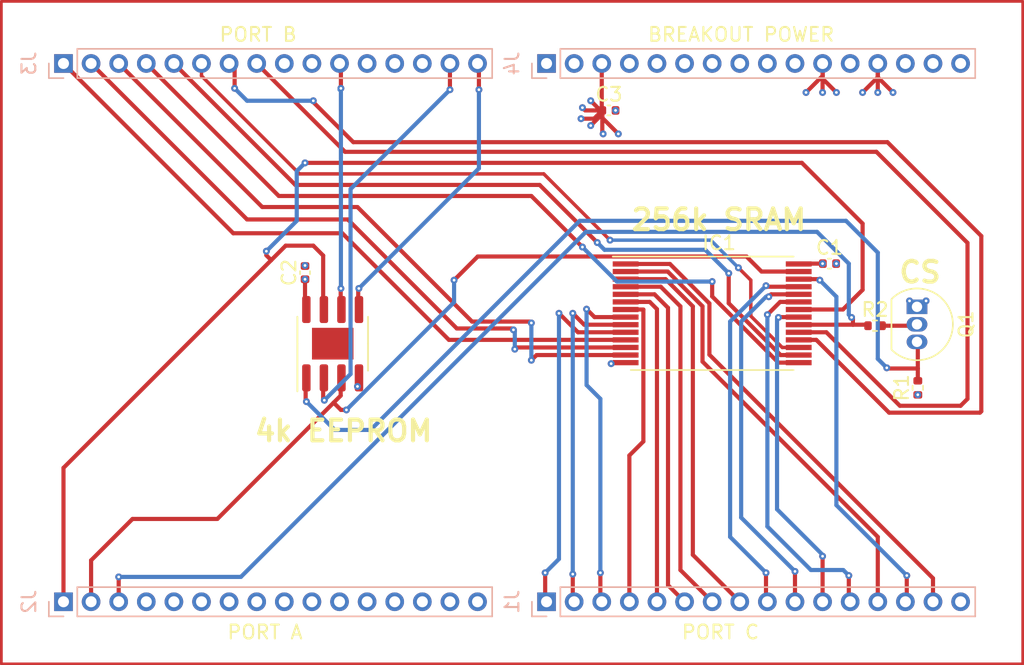
<source format=kicad_pcb>
(kicad_pcb (version 20221018) (generator pcbnew)
  (layers (0 "F.Cu" signal) (1 "In1.Cu" power) (2 "In2.Cu" power) (31 "B.Cu" signal) (34 "B.Paste" user) (35 "F.Paste" user) (36 "B.SilkS" user "B.Silkscreen") (37 "F.SilkS" user "F.Silkscreen") (38 "B.Mask" user) (39 "F.Mask" user) (44 "Edge.Cuts" user))
  (net 0 "")
  (net 1 "+3V3")
  (net 2 "GND")
  (net 3 "Net-(IC1-A0)")
  (net 4 "Net-(IC1-A1)")
  (net 5 "Net-(IC1-A2)")
  (net 6 "Net-(IC1-A3)")
  (net 7 "Net-(IC1-A4)")
  (net 8 "Net-(IC1-A5)")
  (net 9 "Net-(IC1-A6)")
  (net 10 "Net-(IC1-A7)")
  (net 11 "Net-(IC1-A8)")
  (net 12 "Net-(IC1-A9)")
  (net 13 "Net-(IC1-A10)")
  (net 14 "Net-(IC1-A11)")
  (net 15 "Net-(IC1-A12)")
  (net 16 "Net-(IC1-A13)")
  (net 17 "Net-(IC1-A14)")
  (net 19 "Net-(IC1-~{OE})")
  (net 20 "Net-(IC1-~{WE})")
  (net 21 "Net-(IC1-~{CE})")
  (net 35 "Net-(IC1-I{slash}O0)")
  (net 36 "Net-(IC1-I{slash}O1)")
  (net 37 "Net-(IC1-I{slash}O2)")
  (net 38 "Net-(IC1-I{slash}O3)")
  (net 39 "Net-(IC1-I{slash}O4)")
  (net 40 "Net-(IC1-I{slash}O5)")
  (net 41 "Net-(IC1-I{slash}O6)")
  (net 42 "Net-(IC1-I{slash}O7)")
  (net 45 "Net-(J3-Pin_11)")
  (net 49 "Net-(J3-Pin_15)")
  (net 50 "Net-(J3-Pin_16)")
  (net 64 "Net-(Q1-B)")
  (net 65 "Net-(Q1-C)")
  (footprint "Capacitor_SMD:C_0402_1005Metric" (layer "F.Cu") (at 132.1 67.654823 90)
    (fp_text reference "C2" (at 0 -1.16 90) (layer "F.SilkS"))
    (fp_text value "0u1")
    (fp_line (start -0.107836 -0.36) (end 0.107836 -0.36) (stroke (width 0.12)) (layer "F.SilkS"))
    (fp_line (start -0.107836 0.36) (end 0.107836 0.36) (stroke (width 0.12)) (layer "F.SilkS"))
    (pad "1" smd roundrect (at -0.48 0 90) (size 0.56 0.62) (layers "F.Cu" "F.Paste" "F.Mask") (net 1 "+3V3"))
    (pad "2" smd roundrect (at 0.48 0 90) (size 0.56 0.62) (layers "F.Cu" "F.Paste" "F.Mask") (net 2 "GND"))
  )
  (footprint "Capacitor_SMD:C_0402_1005Metric" (layer "F.Cu") (at 170.1 67)
    (fp_text reference "C1" (at 0 -1.16) (layer "F.SilkS"))
    (fp_text value "0u1")
    (fp_line (start -0.107836 -0.36) (end 0.107836 -0.36) (stroke (width 0.12)) (layer "F.SilkS"))
    (fp_line (start -0.107836 0.36) (end 0.107836 0.36) (stroke (width 0.12)) (layer "F.SilkS"))
    (pad "1" smd roundrect (at -0.48 0) (size 0.56 0.62) (layers "F.Cu" "F.Paste" "F.Mask") (net 1 "+3V3"))
    (pad "2" smd roundrect (at 0.48 0) (size 0.56 0.62) (layers "F.Cu" "F.Paste" "F.Mask") (net 2 "GND"))
  )
  (footprint "Package_SO:TSOP-I-28_11.8x8mm_P0.55mm" (layer "F.Cu") (at 161.6 70.6)
    (fp_text reference "IC1" (at 0.5 -5.1) (layer "F.SilkS"))
    (fp_text value "IS61LV256AL-10TLI")
    (fp_line (start -7.205 -4.11) (end 5.9 -4.11) (stroke (width 0.12)) (layer "F.SilkS"))
    (fp_line (start -5.9 4.11) (end 5.9 4.11) (stroke (width 0.12)) (layer "F.SilkS"))
    (pad "1" smd rect (at -6.27 -3.575) (size 1.87 0.38) (layers "F.Cu" "F.Paste" "F.Mask") (net 17 "Net-(IC1-A14)"))
    (pad "2" smd rect (at -6.27 -3.025) (size 1.87 0.38) (layers "F.Cu" "F.Paste" "F.Mask") (net 15 "Net-(IC1-A12)"))
    (pad "3" smd rect (at -6.27 -2.475) (size 1.87 0.38) (layers "F.Cu" "F.Paste" "F.Mask") (net 10 "Net-(IC1-A7)"))
    (pad "4" smd rect (at -6.27 -1.925) (size 1.87 0.38) (layers "F.Cu" "F.Paste" "F.Mask") (net 9 "Net-(IC1-A6)"))
    (pad "5" smd rect (at -6.27 -1.375) (size 1.87 0.38) (layers "F.Cu" "F.Paste" "F.Mask") (net 8 "Net-(IC1-A5)"))
    (pad "6" smd rect (at -6.27 -0.825) (size 1.87 0.38) (layers "F.Cu" "F.Paste" "F.Mask") (net 7 "Net-(IC1-A4)"))
    (pad "7" smd rect (at -6.27 -0.275) (size 1.87 0.38) (layers "F.Cu" "F.Paste" "F.Mask") (net 6 "Net-(IC1-A3)"))
    (pad "8" smd rect (at -6.27 0.275) (size 1.87 0.38) (layers "F.Cu" "F.Paste" "F.Mask") (net 5 "Net-(IC1-A2)"))
    (pad "9" smd rect (at -6.27 0.825) (size 1.87 0.38) (layers "F.Cu" "F.Paste" "F.Mask") (net 4 "Net-(IC1-A1)"))
    (pad "10" smd rect (at -6.27 1.375) (size 1.87 0.38) (layers "F.Cu" "F.Paste" "F.Mask") (net 3 "Net-(IC1-A0)"))
    (pad "11" smd rect (at -6.27 1.925) (size 1.87 0.38) (layers "F.Cu" "F.Paste" "F.Mask") (net 35 "Net-(IC1-I{slash}O0)"))
    (pad "12" smd rect (at -6.27 2.475) (size 1.87 0.38) (layers "F.Cu" "F.Paste" "F.Mask") (net 36 "Net-(IC1-I{slash}O1)"))
    (pad "13" smd rect (at -6.27 3.025) (size 1.87 0.38) (layers "F.Cu" "F.Paste" "F.Mask") (net 37 "Net-(IC1-I{slash}O2)"))
    (pad "14" smd rect (at -6.27 3.575) (size 1.87 0.38) (layers "F.Cu" "F.Paste" "F.Mask") (net 2 "GND"))
    (pad "15" smd rect (at 6.27 3.575) (size 1.87 0.38) (layers "F.Cu" "F.Paste" "F.Mask") (net 38 "Net-(IC1-I{slash}O3)"))
    (pad "16" smd rect (at 6.27 3.025) (size 1.87 0.38) (layers "F.Cu" "F.Paste" "F.Mask") (net 39 "Net-(IC1-I{slash}O4)"))
    (pad "17" smd rect (at 6.27 2.475) (size 1.87 0.38) (layers "F.Cu" "F.Paste" "F.Mask") (net 40 "Net-(IC1-I{slash}O5)"))
    (pad "18" smd rect (at 6.27 1.925) (size 1.87 0.38) (layers "F.Cu" "F.Paste" "F.Mask") (net 41 "Net-(IC1-I{slash}O6)"))
    (pad "19" smd rect (at 6.27 1.375) (size 1.87 0.38) (layers "F.Cu" "F.Paste" "F.Mask") (net 42 "Net-(IC1-I{slash}O7)"))
    (pad "20" smd rect (at 6.27 0.825) (size 1.87 0.38) (layers "F.Cu" "F.Paste" "F.Mask") (net 21 "Net-(IC1-~{CE})"))
    (pad "21" smd rect (at 6.27 0.275) (size 1.87 0.38) (layers "F.Cu" "F.Paste" "F.Mask") (net 13 "Net-(IC1-A10)"))
    (pad "22" smd rect (at 6.27 -0.275) (size 1.87 0.38) (layers "F.Cu" "F.Paste" "F.Mask") (net 19 "Net-(IC1-~{OE})"))
    (pad "23" smd rect (at 6.27 -0.825) (size 1.87 0.38) (layers "F.Cu" "F.Paste" "F.Mask") (net 14 "Net-(IC1-A11)"))
    (pad "24" smd rect (at 6.27 -1.375) (size 1.87 0.38) (layers "F.Cu" "F.Paste" "F.Mask") (net 12 "Net-(IC1-A9)"))
    (pad "25" smd rect (at 6.27 -1.925) (size 1.87 0.38) (layers "F.Cu" "F.Paste" "F.Mask") (net 11 "Net-(IC1-A8)"))
    (pad "26" smd rect (at 6.27 -2.475) (size 1.87 0.38) (layers "F.Cu" "F.Paste" "F.Mask") (net 16 "Net-(IC1-A13)"))
    (pad "27" smd rect (at 6.27 -3.025) (size 1.87 0.38) (layers "F.Cu" "F.Paste" "F.Mask") (net 20 "Net-(IC1-~{WE})"))
    (pad "28" smd rect (at 6.27 -3.575) (size 1.87 0.38) (layers "F.Cu" "F.Paste" "F.Mask") (net 1 "+3V3"))
  )
  (footprint "Package_SO:SOIC-8-1EP_3.9x4.9mm_P1.27mm_EP2.29x3mm" (layer "F.Cu") (at 134.105 72.804823 90)
    (fp_text reference "U1" hide)
    (fp_text value "AT25xxx")
    (fp_line (start 0 -2.56) (end -3.45 -2.56) (stroke (width 0.12)) (layer "F.SilkS"))
    (fp_line (start 0 -2.56) (end 1.95 -2.56) (stroke (width 0.12)) (layer "F.SilkS"))
    (fp_line (start 0 2.56) (end -1.95 2.56) (stroke (width 0.12)) (layer "F.SilkS"))
    (fp_line (start 0 2.56) (end 1.95 2.56) (stroke (width 0.12)) (layer "F.SilkS"))
    (pad "1" smd roundrect (at -2.475 -1.905 90) (size 1.95 0.6) (layers "F.Cu" "F.Paste" "F.Mask") (net 65 "Net-(Q1-C)"))
    (pad "2" smd roundrect (at -2.475 -0.635 90) (size 1.95 0.6) (layers "F.Cu" "F.Paste" "F.Mask") (net 49 "Net-(J3-Pin_15)"))
    (pad "3" smd roundrect (at -2.475 0.635 90) (size 1.95 0.6) (layers "F.Cu" "F.Paste" "F.Mask") (net 20 "Net-(IC1-~{WE})"))
    (pad "4" smd roundrect (at -2.475 1.905 90) (size 1.95 0.6) (layers "F.Cu" "F.Paste" "F.Mask") (net 2 "GND"))
    (pad "5" smd roundrect (at 2.475 1.905 90) (size 1.95 0.6) (layers "F.Cu" "F.Paste" "F.Mask") (net 50 "Net-(J3-Pin_16)"))
    (pad "6" smd roundrect (at 2.475 0.635 90) (size 1.95 0.6) (layers "F.Cu" "F.Paste" "F.Mask") (net 45 "Net-(J3-Pin_11)"))
    (pad "7" smd roundrect (at 2.475 -0.635 90) (size 1.95 0.6) (layers "F.Cu" "F.Paste" "F.Mask") (net 19 "Net-(IC1-~{OE})"))
    (pad "8" smd roundrect (at 2.475 -1.905 90) (size 1.95 0.6) (layers "F.Cu" "F.Paste" "F.Mask") (net 1 "+3V3"))
    (pad "9" smd rect (at 0 0 90) (size 2.29 3) (layers "F.Cu" "F.Mask"))
  )
  (footprint "Resistor_SMD:R_0402_1005Metric" (layer "F.Cu") (at 176.499999 75.999999 90)
    (fp_text reference "R1" (at 0 -1.17 90) (layer "F.SilkS"))
    (fp_text value "2k2")
    (fp_line (start -0.153641 -0.38) (end 0.153641 -0.38) (stroke (width 0.12)) (layer "F.SilkS"))
    (fp_line (start -0.153641 0.38) (end 0.153641 0.38) (stroke (width 0.12)) (layer "F.SilkS"))
    (pad "1" smd roundrect (at -0.51 0 90) (size 0.54 0.64) (layers "F.Cu" "F.Paste" "F.Mask") (net 1 "+3V3"))
    (pad "2" smd roundrect (at 0.51 0 90) (size 0.54 0.64) (layers "F.Cu" "F.Paste" "F.Mask") (net 65 "Net-(Q1-C)"))
  )
  (footprint "Capacitor_SMD:C_0402_1005Metric" (layer "F.Cu") (at 154.12 55.9)
    (fp_text reference "C3" (at 0 -1.16) (layer "F.SilkS"))
    (fp_text value "4u7")
    (fp_line (start -0.107836 -0.36) (end 0.107836 -0.36) (stroke (width 0.12)) (layer "F.SilkS"))
    (fp_line (start -0.107836 0.36) (end 0.107836 0.36) (stroke (width 0.12)) (layer "F.SilkS"))
    (pad "1" smd roundrect (at -0.48 0) (size 0.56 0.62) (layers "F.Cu" "F.Paste" "F.Mask") (net 1 "+3V3"))
    (pad "2" smd roundrect (at 0.48 0) (size 0.56 0.62) (layers "F.Cu" "F.Paste" "F.Mask") (net 2 "GND"))
  )
  (footprint "Resistor_SMD:R_0402_1005Metric" (layer "F.Cu") (at 173.4 71.499999)
    (fp_text reference "R2" (at 0 -1.17) (layer "F.SilkS"))
    (fp_text value "1k2")
    (fp_line (start -0.153641 -0.38) (end 0.153641 -0.38) (stroke (width 0.12)) (layer "F.SilkS"))
    (fp_line (start -0.153641 0.38) (end 0.153641 0.38) (stroke (width 0.12)) (layer "F.SilkS"))
    (pad "1" smd roundrect (at -0.51 0) (size 0.54 0.64) (layers "F.Cu" "F.Paste" "F.Mask") (net 21 "Net-(IC1-~{CE})"))
    (pad "2" smd roundrect (at 0.51 0) (size 0.54 0.64) (layers "F.Cu" "F.Paste" "F.Mask") (net 64 "Net-(Q1-B)"))
  )
  (footprint "Package_TO_SOT_THT:TO-92_Inline" (layer "F.Cu") (at 176.44 70.13 -90)
    (fp_text reference "Q1" (at 1.27 -3.56 90) (layer "F.SilkS"))
    (fp_text value "2N3904")
    (fp_line (start -0.53 1.85) (end 3.07 1.85) (stroke (width 0.12)) (layer "F.SilkS"))
    (fp_arc (start -0.568478 1.838478) (mid -1.132087 -0.994977) (end 1.27 -2.6) (stroke (width 0.12)) (layer "F.SilkS"))
    (fp_arc (start 1.27 -2.6) (mid 3.672087 -0.994977) (end 3.108478 1.838478) (stroke (width 0.12)) (layer "F.SilkS"))
    (pad "1" thru_hole rect (at 0 0 270) (size 1.05 1.5) (drill 0.75) (layers "*.Cu" "*.Mask") (net 2 "GND"))
    (pad "2" thru_hole oval (at 1.27 0 270) (size 1.05 1.5) (drill 0.75) (layers "*.Cu" "*.Mask") (net 64 "Net-(Q1-B)"))
    (pad "3" thru_hole oval (at 2.54 0 270) (size 1.05 1.5) (drill 0.75) (layers "*.Cu" "*.Mask") (net 65 "Net-(Q1-C)"))
  )
  (footprint "Package_SO:SOIC-8-1EP_3.9x4.9mm_P1.27mm_EP2.29x3mm" (layer "F.Cu") (at 134.105 72.8 90)
    (fp_text reference "REF**" hide)
    (fp_text value "SOIC-8-1EP_3.9x4.9mm_P1.27mm_EP2.29x3mm")
    (fp_line (start 0 -2.56) (end -3.45 -2.56) (stroke (width 0.12)) (layer "F.SilkS"))
    (fp_line (start 0 -2.56) (end 1.95 -2.56) (stroke (width 0.12)) (layer "F.SilkS"))
    (fp_line (start 0 2.56) (end -1.95 2.56) (stroke (width 0.12)) (layer "F.SilkS"))
    (fp_line (start 0 2.56) (end 1.95 2.56) (stroke (width 0.12)) (layer "F.SilkS"))
    (pad "1" smd roundrect (at -2.475 -1.905 90) (size 1.95 0.6) (layers "F.Cu" "F.Paste" "F.Mask"))
    (pad "2" smd roundrect (at -2.475 -0.635 90) (size 1.95 0.6) (layers "F.Cu" "F.Paste" "F.Mask"))
    (pad "3" smd roundrect (at -2.475 0.635 90) (size 1.95 0.6) (layers "F.Cu" "F.Paste" "F.Mask"))
    (pad "4" smd roundrect (at -2.475 1.905 90) (size 1.95 0.6) (layers "F.Cu" "F.Paste" "F.Mask"))
    (pad "5" smd roundrect (at 2.475 1.905 90) (size 1.95 0.6) (layers "F.Cu" "F.Paste" "F.Mask"))
    (pad "6" smd roundrect (at 2.475 0.635 90) (size 1.95 0.6) (layers "F.Cu" "F.Paste" "F.Mask"))
    (pad "7" smd roundrect (at 2.475 -0.635 90) (size 1.95 0.6) (layers "F.Cu" "F.Paste" "F.Mask"))
    (pad "8" smd roundrect (at 2.475 -1.905 90) (size 1.95 0.6) (layers "F.Cu" "F.Paste" "F.Mask"))
    (pad "9" smd rect (at 0 0 90) (size 2.29 3) (layers "F.Cu" "F.Mask"))
  )
  (footprint "Connector_PinSocket_2.00mm:PinSocket_1x16_P2.00mm_Vertical" (layer "B.Cu") (at 114.6 52.5 -90)
    (fp_text reference "J3" (at 0 2.5 90) (layer "B.SilkS") (effects (justify mirror)))
    (fp_text value "PORT B" (at -2.1 -14.1 180) (layer "F.SilkS"))
    (fp_line (start -1.06 -31.06) (end 1.06 -31.06) (stroke (width 0.12)) (layer "B.SilkS"))
    (fp_line (start -1.06 -1) (end -1.06 -31.06) (stroke (width 0.12)) (layer "B.SilkS"))
    (fp_line (start -1.06 -1) (end 1.06 -1) (stroke (width 0.12)) (layer "B.SilkS"))
    (fp_line (start 0 1.06) (end 1.06 1.06) (stroke (width 0.12)) (layer "B.SilkS"))
    (fp_line (start 1.06 -1) (end 1.06 -31.06) (stroke (width 0.12)) (layer "B.SilkS"))
    (fp_line (start 1.06 1.06) (end 1.06 0) (stroke (width 0.12)) (layer "B.SilkS"))
    (pad "1" thru_hole rect (at 0 0 270) (size 1.35 1.35) (drill 0.8) (layers "*.Cu" "*.Mask") (net 35 "Net-(IC1-I{slash}O0)"))
    (pad "2" thru_hole oval (at 0 -2 270) (size 1.35 1.35) (drill 0.8) (layers "*.Cu" "*.Mask") (net 36 "Net-(IC1-I{slash}O1)"))
    (pad "3" thru_hole oval (at 0 -4 270) (size 1.35 1.35) (drill 0.8) (layers "*.Cu" "*.Mask") (net 37 "Net-(IC1-I{slash}O2)"))
    (pad "4" thru_hole oval (at 0 -6 270) (size 1.35 1.35) (drill 0.8) (layers "*.Cu" "*.Mask") (net 38 "Net-(IC1-I{slash}O3)"))
    (pad "5" thru_hole oval (at 0 -8 270) (size 1.35 1.35) (drill 0.8) (layers "*.Cu" "*.Mask") (net 39 "Net-(IC1-I{slash}O4)"))
    (pad "6" thru_hole oval (at 0 -10 270) (size 1.35 1.35) (drill 0.8) (layers "*.Cu" "*.Mask") (net 40 "Net-(IC1-I{slash}O5)"))
    (pad "7" thru_hole oval (at 0 -12 270) (size 1.35 1.35) (drill 0.8) (layers "*.Cu" "*.Mask") (net 41 "Net-(IC1-I{slash}O6)"))
    (pad "8" thru_hole oval (at 0 -14 270) (size 1.35 1.35) (drill 0.8) (layers "*.Cu" "*.Mask") (net 42 "Net-(IC1-I{slash}O7)"))
    (pad "9" thru_hole oval (at 0 -16 270) (size 1.35 1.35) (drill 0.8) (layers "*.Cu" "*.Mask"))
    (pad "10" thru_hole oval (at 0 -18 270) (size 1.35 1.35) (drill 0.8) (layers "*.Cu" "*.Mask"))
    (pad "11" thru_hole oval (at 0 -20 270) (size 1.35 1.35) (drill 0.8) (layers "*.Cu" "*.Mask") (net 45 "Net-(J3-Pin_11)"))
    (pad "12" thru_hole oval (at 0 -22 270) (size 1.35 1.35) (drill 0.8) (layers "*.Cu" "*.Mask"))
    (pad "13" thru_hole oval (at 0 -24 270) (size 1.35 1.35) (drill 0.8) (layers "*.Cu" "*.Mask"))
    (pad "14" thru_hole oval (at 0 -26 270) (size 1.35 1.35) (drill 0.8) (layers "*.Cu" "*.Mask"))
    (pad "15" thru_hole oval (at 0 -28 270) (size 1.35 1.35) (drill 0.8) (layers "*.Cu" "*.Mask") (net 49 "Net-(J3-Pin_15)"))
    (pad "16" thru_hole oval (at 0 -30 270) (size 1.35 1.35) (drill 0.8) (layers "*.Cu" "*.Mask") (net 50 "Net-(J3-Pin_16)"))
  )
  (footprint "Connector_PinSocket_2.00mm:PinSocket_1x16_P2.00mm_Vertical" (layer "B.Cu") (at 149.6 52.5 -90)
    (fp_text reference "J4" (at 0 2.5 90) (layer "B.SilkS") (effects (justify mirror)))
    (fp_text value "BREAKOUT POWER" (at -2.1 -14.1) (layer "F.SilkS"))
    (fp_line (start -1.06 -31.06) (end 1.06 -31.06) (stroke (width 0.12)) (layer "B.SilkS"))
    (fp_line (start -1.06 -1) (end -1.06 -31.06) (stroke (width 0.12)) (layer "B.SilkS"))
    (fp_line (start -1.06 -1) (end 1.06 -1) (stroke (width 0.12)) (layer "B.SilkS"))
    (fp_line (start 0 1.06) (end 1.06 1.06) (stroke (width 0.12)) (layer "B.SilkS"))
    (fp_line (start 1.06 -1) (end 1.06 -31.06) (stroke (width 0.12)) (layer "B.SilkS"))
    (fp_line (start 1.06 1.06) (end 1.06 0) (stroke (width 0.12)) (layer "B.SilkS"))
    (pad "1" thru_hole rect (at 0 0 270) (size 1.35 1.35) (drill 0.8) (layers "*.Cu" "*.Mask"))
    (pad "2" thru_hole oval (at 0 -2 270) (size 1.35 1.35) (drill 0.8) (layers "*.Cu" "*.Mask"))
    (pad "3" thru_hole oval (at 0 -4 270) (size 1.35 1.35) (drill 0.8) (layers "*.Cu" "*.Mask") (net 1 "+3V3"))
    (pad "4" thru_hole oval (at 0 -6 270) (size 1.35 1.35) (drill 0.8) (layers "*.Cu" "*.Mask"))
    (pad "5" thru_hole oval (at 0 -8 270) (size 1.35 1.35) (drill 0.8) (layers "*.Cu" "*.Mask"))
    (pad "6" thru_hole oval (at 0 -10 270) (size 1.35 1.35) (drill 0.8) (layers "*.Cu" "*.Mask"))
    (pad "7" thru_hole oval (at 0 -12 270) (size 1.35 1.35) (drill 0.8) (layers "*.Cu" "*.Mask"))
    (pad "8" thru_hole oval (at 0 -14 270) (size 1.35 1.35) (drill 0.8) (layers "*.Cu" "*.Mask"))
    (pad "9" thru_hole oval (at 0 -16 270) (size 1.35 1.35) (drill 0.8) (layers "*.Cu" "*.Mask"))
    (pad "10" thru_hole oval (at 0 -18 270) (size 1.35 1.35) (drill 0.8) (layers "*.Cu" "*.Mask"))
    (pad "11" thru_hole oval (at 0 -20 270) (size 1.35 1.35) (drill 0.8) (layers "*.Cu" "*.Mask") (net 2 "GND"))
    (pad "12" thru_hole oval (at 0 -22 270) (size 1.35 1.35) (drill 0.8) (layers "*.Cu" "*.Mask"))
    (pad "13" thru_hole oval (at 0 -24 270) (size 1.35 1.35) (drill 0.8) (layers "*.Cu" "*.Mask") (net 2 "GND"))
    (pad "14" thru_hole oval (at 0 -26 270) (size 1.35 1.35) (drill 0.8) (layers "*.Cu" "*.Mask"))
    (pad "15" thru_hole oval (at 0 -28 270) (size 1.35 1.35) (drill 0.8) (layers "*.Cu" "*.Mask"))
    (pad "16" thru_hole oval (at 0 -30 270) (size 1.35 1.35) (drill 0.8) (layers "*.Cu" "*.Mask"))
  )
  (footprint "Connector_PinSocket_2.00mm:PinSocket_1x16_P2.00mm_Vertical" (layer "B.Cu") (at 114.6 91.5 -90)
    (fp_text reference "J2" (at 0 2.5 90) (layer "B.SilkS") (effects (justify mirror)))
    (fp_text value "PORT A" (at 2.2 -14.6 180) (layer "F.SilkS"))
    (fp_line (start -1.06 -31.06) (end 1.06 -31.06) (stroke (width 0.12)) (layer "B.SilkS"))
    (fp_line (start -1.06 -1) (end -1.06 -31.06) (stroke (width 0.12)) (layer "B.SilkS"))
    (fp_line (start -1.06 -1) (end 1.06 -1) (stroke (width 0.12)) (layer "B.SilkS"))
    (fp_line (start 0 1.06) (end 1.06 1.06) (stroke (width 0.12)) (layer "B.SilkS"))
    (fp_line (start 1.06 -1) (end 1.06 -31.06) (stroke (width 0.12)) (layer "B.SilkS"))
    (fp_line (start 1.06 1.06) (end 1.06 0) (stroke (width 0.12)) (layer "B.SilkS"))
    (pad "1" thru_hole rect (at 0 0 270) (size 1.35 1.35) (drill 0.8) (layers "*.Cu" "*.Mask") (net 19 "Net-(IC1-~{OE})"))
    (pad "2" thru_hole oval (at 0 -2 270) (size 1.35 1.35) (drill 0.8) (layers "*.Cu" "*.Mask") (net 20 "Net-(IC1-~{WE})"))
    (pad "3" thru_hole oval (at 0 -4 270) (size 1.35 1.35) (drill 0.8) (layers "*.Cu" "*.Mask") (net 21 "Net-(IC1-~{CE})"))
    (pad "4" thru_hole oval (at 0 -6 270) (size 1.35 1.35) (drill 0.8) (layers "*.Cu" "*.Mask"))
    (pad "5" thru_hole oval (at 0 -8 270) (size 1.35 1.35) (drill 0.8) (layers "*.Cu" "*.Mask"))
    (pad "6" thru_hole oval (at 0 -10 270) (size 1.35 1.35) (drill 0.8) (layers "*.Cu" "*.Mask"))
    (pad "7" thru_hole oval (at 0 -12 270) (size 1.35 1.35) (drill 0.8) (layers "*.Cu" "*.Mask"))
    (pad "8" thru_hole oval (at 0 -14 270) (size 1.35 1.35) (drill 0.8) (layers "*.Cu" "*.Mask"))
    (pad "9" thru_hole oval (at 0 -16 270) (size 1.35 1.35) (drill 0.8) (layers "*.Cu" "*.Mask"))
    (pad "10" thru_hole oval (at 0 -18 270) (size 1.35 1.35) (drill 0.8) (layers "*.Cu" "*.Mask"))
    (pad "11" thru_hole oval (at 0 -20 270) (size 1.35 1.35) (drill 0.8) (layers "*.Cu" "*.Mask"))
    (pad "12" thru_hole oval (at 0 -22 270) (size 1.35 1.35) (drill 0.8) (layers "*.Cu" "*.Mask"))
    (pad "13" thru_hole oval (at 0 -24 270) (size 1.35 1.35) (drill 0.8) (layers "*.Cu" "*.Mask"))
    (pad "14" thru_hole oval (at 0 -26 270) (size 1.35 1.35) (drill 0.8) (layers "*.Cu" "*.Mask"))
    (pad "15" thru_hole oval (at 0 -28 270) (size 1.35 1.35) (drill 0.8) (layers "*.Cu" "*.Mask"))
    (pad "16" thru_hole oval (at 0 -30 270) (size 1.35 1.35) (drill 0.8) (layers "*.Cu" "*.Mask"))
  )
  (footprint "Connector_PinSocket_2.00mm:PinSocket_1x16_P2.00mm_Vertical" (layer "B.Cu") (at 149.6 91.5 -90)
    (fp_text reference "J1" (at 0 2.5 90) (layer "B.SilkS") (effects (justify mirror)))
    (fp_text value "PORT C" (at 2.2 -12.6 180) (layer "F.SilkS"))
    (fp_line (start -1.06 -31.06) (end 1.06 -31.06) (stroke (width 0.12)) (layer "B.SilkS"))
    (fp_line (start -1.06 -1) (end -1.06 -31.06) (stroke (width 0.12)) (layer "B.SilkS"))
    (fp_line (start -1.06 -1) (end 1.06 -1) (stroke (width 0.12)) (layer "B.SilkS"))
    (fp_line (start 0 1.06) (end 1.06 1.06) (stroke (width 0.12)) (layer "B.SilkS"))
    (fp_line (start 1.06 -1) (end 1.06 -31.06) (stroke (width 0.12)) (layer "B.SilkS"))
    (fp_line (start 1.06 1.06) (end 1.06 0) (stroke (width 0.12)) (layer "B.SilkS"))
    (pad "1" thru_hole rect (at 0 0 270) (size 1.35 1.35) (drill 0.8) (layers "*.Cu" "*.Mask") (net 3 "Net-(IC1-A0)"))
    (pad "2" thru_hole oval (at 0 -2 270) (size 1.35 1.35) (drill 0.8) (layers "*.Cu" "*.Mask") (net 4 "Net-(IC1-A1)"))
    (pad "3" thru_hole oval (at 0 -4 270) (size 1.35 1.35) (drill 0.8) (layers "*.Cu" "*.Mask") (net 5 "Net-(IC1-A2)"))
    (pad "4" thru_hole oval (at 0 -6 270) (size 1.35 1.35) (drill 0.8) (layers "*.Cu" "*.Mask") (net 6 "Net-(IC1-A3)"))
    (pad "5" thru_hole oval (at 0 -8 270) (size 1.35 1.35) (drill 0.8) (layers "*.Cu" "*.Mask") (net 7 "Net-(IC1-A4)"))
    (pad "6" thru_hole oval (at 0 -10 270) (size 1.35 1.35) (drill 0.8) (layers "*.Cu" "*.Mask") (net 8 "Net-(IC1-A5)"))
    (pad "7" thru_hole oval (at 0 -12 270) (size 1.35 1.35) (drill 0.8) (layers "*.Cu" "*.Mask") (net 9 "Net-(IC1-A6)"))
    (pad "8" thru_hole oval (at 0 -14 270) (size 1.35 1.35) (drill 0.8) (layers "*.Cu" "*.Mask") (net 10 "Net-(IC1-A7)"))
    (pad "9" thru_hole oval (at 0 -16 270) (size 1.35 1.35) (drill 0.8) (layers "*.Cu" "*.Mask") (net 11 "Net-(IC1-A8)"))
    (pad "10" thru_hole oval (at 0 -18 270) (size 1.35 1.35) (drill 0.8) (layers "*.Cu" "*.Mask") (net 12 "Net-(IC1-A9)"))
    (pad "11" thru_hole oval (at 0 -20 270) (size 1.35 1.35) (drill 0.8) (layers "*.Cu" "*.Mask") (net 13 "Net-(IC1-A10)"))
    (pad "12" thru_hole oval (at 0 -22 270) (size 1.35 1.35) (drill 0.8) (layers "*.Cu" "*.Mask") (net 14 "Net-(IC1-A11)"))
    (pad "13" thru_hole oval (at 0 -24 270) (size 1.35 1.35) (drill 0.8) (layers "*.Cu" "*.Mask") (net 15 "Net-(IC1-A12)"))
    (pad "14" thru_hole oval (at 0 -26 270) (size 1.35 1.35) (drill 0.8) (layers "*.Cu" "*.Mask") (net 16 "Net-(IC1-A13)"))
    (pad "15" thru_hole oval (at 0 -28 270) (size 1.35 1.35) (drill 0.8) (layers "*.Cu" "*.Mask") (net 17 "Net-(IC1-A14)"))
    (pad "16" thru_hole oval (at 0 -30 270) (size 1.35 1.35) (drill 0.8) (layers "*.Cu" "*.Mask"))
  )
  (gr_line (start 184.1 48) (end 110.1 48) (stroke (width 0.2)) (layer "F.Cu"))
  (gr_line (start 110.1 48) (end 110.1 96) (stroke (width 0.2)) (layer "F.Cu"))
  (gr_line (start 110.1 96) (end 184.1 96) (stroke (width 0.2)) (layer "F.Cu"))
  (gr_line (start 184.1 96) (end 184.1 48) (stroke (width 0.2)) (layer "F.Cu"))
  (gr_text "CS" (at 175 68.5) (layer "F.SilkS") (effects (font (size 1.5 1.5) (thickness 0.3) bold) (justify left bottom)))
  (gr_text "4k EEPROM" (at 128.3 80) (layer "F.SilkS") (effects (font (size 1.5 1.5) (thickness 0.3) bold) (justify left bottom)))
  (gr_text "256k SRAM" (at 155.6 64.7) (layer "F.SilkS") (effects (font (size 1.5 1.5) (thickness 0.3) bold) (justify left bottom)))
  (segment (start 152.2 55.7) (end 152.4 55.9) (width 0.3) (layer "F.Cu") (net 1))
  (segment (start 153.64 56.16) (end 152.8 57) (width 0.3) (layer "F.Cu") (net 1))
  (segment (start 153.6 52.5) (end 153.6 55.86) (width 0.3) (layer "F.Cu") (net 1))
  (segment (start 169.62 67) (end 169.6 67) (width 0.3) (layer "F.Cu") (net 1))
  (segment (start 132.1 68.134823) (end 132.1 70.284823) (width 0.3) (layer "F.Cu") (net 1))
  (segment (start 176.499999 76.509999) (end 176.499999 76.500001) (width 0.3) (layer "F.Cu") (net 1))
  (segment (start 152.1 56.5) (end 153.04 56.5) (width 0.3) (layer "F.Cu") (net 1))
  (segment (start 153.64 57.54) (end 153.7 57.6) (width 0.3) (layer "F.Cu") (net 1))
  (segment (start 176.5 76.5) (end 176.500002 76.500003) (width 0.3) (layer "F.Cu") (net 1))
  (segment (start 153.64 55.9) (end 153.64 56.44) (width 0.3) (layer "F.Cu") (net 1))
  (segment (start 153.64 55.9) (end 153.64 56.16) (width 0.3) (layer "F.Cu") (net 1))
  (segment (start 153.04 56.5) (end 153.64 55.9) (width 0.3) (layer "F.Cu") (net 1))
  (segment (start 153.6 55.86) (end 153.64 55.9) (width 0.3) (layer "F.Cu") (net 1))
  (segment (start 152.4 55.9) (end 153.64 55.9) (width 0.3) (layer "F.Cu") (net 1))
  (segment (start 176.500002 76.510004) (end 176.5 76.5) (width 0.3) (layer "F.Cu") (net 1))
  (segment (start 153.64 55.9) (end 153.5 55.9) (width 0.3) (layer "F.Cu") (net 1))
  (segment (start 132.1 70.284823) (end 132.145001 70.329822) (width 0.3) (layer "F.Cu") (net 1))
  (segment (start 169.6 67) (end 167.895 67) (width 0.3) (layer "F.Cu") (net 1))
  (segment (start 153.64 56.44) (end 154.8 57.6) (width 0.3) (layer "F.Cu") (net 1))
  (segment (start 167.895 67) (end 167.87 67.025) (width 0.3) (layer "F.Cu") (net 1))
  (segment (start 176.499999 76.500001) (end 176.5 76.5) (width 0.3) (layer "F.Cu") (net 1))
  (segment (start 153.64 55.9) (end 153.64 57.54) (width 0.3) (layer "F.Cu") (net 1))
  (segment (start 153.5 55.9) (end 152.8 55.2) (width 0.3) (layer "F.Cu") (net 1))
  (via (at 154.8 57.6) (size 0.5) (drill 0.2) (layers "F.Cu" "B.Cu") (net 1))
  (via (at 169.6 67) (size 0.5) (drill 0.2) (layers "F.Cu" "B.Cu") (net 1))
  (via (at 153.7 57.6) (size 0.5) (drill 0.2) (layers "F.Cu" "B.Cu") (net 1))
  (via (at 132.1 68.134823) (size 0.5) (drill 0.2) (layers "F.Cu" "B.Cu") (net 1))
  (via (at 176.5 76.5) (size 0.5) (drill 0.2) (layers "F.Cu" "B.Cu") (net 1))
  (via (at 152.8 57) (size 0.5) (drill 0.2) (layers "F.Cu" "B.Cu") (net 1))
  (via (at 152.8 55.2) (size 0.5) (drill 0.2) (layers "F.Cu" "B.Cu") (net 1))
  (via (at 152.1 56.5) (size 0.5) (drill 0.2) (layers "F.Cu" "B.Cu") (net 1))
  (via (at 152.2 55.7) (size 0.5) (drill 0.2) (layers "F.Cu" "B.Cu") (net 1))
  (segment (start 135.955 75.845) (end 135.9 75.9) (width 0.3) (layer "F.Cu") (net 2))
  (segment (start 176.67 70.13) (end 177.1 69.7) (width 0.3) (layer "F.Cu") (net 2))
  (segment (start 176.33 70.13) (end 175.9 69.7) (width 0.3) (layer "F.Cu") (net 2))
  (segment (start 169.6 53.6) (end 170.6 54.6) (width 0.3) (layer "F.Cu") (net 2))
  (segment (start 154.280308 74.249623) (end 154.354931 74.175) (width 0.3) (layer "F.Cu") (net 2))
  (segment (start 169.6 53.4) (end 168.4 54.6) (width 0.3) (layer "F.Cu") (net 2))
  (segment (start 173.6 53.5) (end 172.5 54.6) (width 0.3) (layer "F.Cu") (net 2))
  (segment (start 154.354931 74.175) (end 155.33 74.175) (width 0.3) (layer "F.Cu") (net 2))
  (segment (start 169.6 52.5) (end 169.6 53.4) (width 0.3) (layer "F.Cu") (net 2))
  (segment (start 173.6 52.5) (end 173.6 54.6) (width 0.3) (layer "F.Cu") (net 2))
  (segment (start 135.955 75.279823) (end 135.955 75.845) (width 0.3) (layer "F.Cu") (net 2))
  (segment (start 169.6 52.5) (end 169.6 54.6) (width 0.3) (layer "F.Cu") (net 2))
  (segment (start 176.44 70.13) (end 176.33 70.13) (width 0.3) (layer "F.Cu") (net 2))
  (segment (start 173.6 52.5) (end 173.6 53.5) (width 0.3) (layer "F.Cu") (net 2))
  (segment (start 132.100001 67.174823) (end 132.1 67.134822) (width 0.3) (layer "F.Cu") (net 2))
  (segment (start 170.6 67) (end 170.58 67) (width 0.3) (layer "F.Cu") (net 2))
  (segment (start 173.6 53.5) (end 174.7 54.6) (width 0.3) (layer "F.Cu") (net 2))
  (segment (start 169.6 52.5) (end 169.6 53.6) (width 0.3) (layer "F.Cu") (net 2))
  (segment (start 176.44 70.13) (end 176.67 70.13) (width 0.3) (layer "F.Cu") (net 2))
  (via (at 169.6 54.6) (size 0.5) (drill 0.2) (layers "F.Cu" "B.Cu") (net 2))
  (via (at 172.5 54.6) (size 0.5) (drill 0.2) (layers "F.Cu" "B.Cu") (net 2))
  (via (at 135.9 75.9) (size 0.5) (drill 0.2) (layers "F.Cu" "B.Cu") (net 2))
  (via (at 168.4 54.6) (size 0.5) (drill 0.2) (layers "F.Cu" "B.Cu") (net 2))
  (via (at 170.6 67) (size 0.5) (drill 0.2) (layers "F.Cu" "B.Cu") (net 2))
  (via (at 170.6 54.6) (size 0.5) (drill 0.2) (layers "F.Cu" "B.Cu") (net 2))
  (via (at 154.6 55.9) (size 0.5) (drill 0.2) (layers "F.Cu" "B.Cu") (net 2))
  (via (at 174.7 54.6) (size 0.5) (drill 0.2) (layers "F.Cu" "B.Cu") (net 2))
  (via (at 177.1 69.7) (size 0.5) (drill 0.2) (layers "F.Cu" "B.Cu") (net 2))
  (via (at 132.1 67.134822) (size 0.5) (drill 0.2) (layers "F.Cu" "B.Cu") (net 2))
  (via (at 154.280308 74.249623) (size 0.5) (drill 0.2) (layers "F.Cu" "B.Cu") (net 2))
  (via (at 173.6 54.6) (size 0.5) (drill 0.2) (layers "F.Cu" "B.Cu") (net 2))
  (via (at 175.9 69.7) (size 0.5) (drill 0.2) (layers "F.Cu" "B.Cu") (net 2))
  (segment (start 151.875 71.975) (end 155.33 71.975) (width 0.3) (layer "F.Cu") (net 3))
  (segment (start 149.5 91.4) (end 149.6 91.5) (width 0.3) (layer "F.Cu") (net 3))
  (segment (start 150.5 70.6) (end 151.875 71.975) (width 0.3) (layer "F.Cu") (net 3))
  (segment (start 149.5 89.4) (end 149.5 91.4) (width 0.3) (layer "F.Cu") (net 3))
  (via (at 150.5 70.6) (size 0.5) (drill 0.2) (layers "F.Cu" "B.Cu") (net 3))
  (via (at 149.5 89.4) (size 0.5) (drill 0.2) (layers "F.Cu" "B.Cu") (net 3))
  (segment (start 150.5 88.4) (end 149.5 89.4) (width 0.3) (layer "B.Cu") (net 3))
  (segment (start 150.5 70.6) (end 150.5 88.4) (width 0.3) (layer "B.Cu") (net 3))
  (segment (start 151.5 91.4) (end 151.6 91.5) (width 0.3) (layer "F.Cu") (net 4))
  (segment (start 151.5 89.5) (end 151.5 91.4) (width 0.3) (layer "F.Cu") (net 4))
  (segment (start 151.5 70.6) (end 152.325 71.425) (width 0.3) (layer "F.Cu") (net 4))
  (segment (start 152.325 71.425) (end 155.33 71.425) (width 0.3) (layer "F.Cu") (net 4))
  (via (at 151.5 70.6) (size 0.5) (drill 0.2) (layers "F.Cu" "B.Cu") (net 4))
  (via (at 151.5 89.5) (size 0.5) (drill 0.2) (layers "F.Cu" "B.Cu") (net 4))
  (segment (start 151.5 70.6) (end 151.5 89.5) (width 0.3) (layer "B.Cu") (net 4))
  (segment (start 152.5 70.3) (end 153.075 70.875) (width 0.3) (layer "F.Cu") (net 5))
  (segment (start 153.5 91.4) (end 153.6 91.5) (width 0.3) (layer "F.Cu") (net 5))
  (segment (start 153.5 89.4) (end 153.5 91.4) (width 0.3) (layer "F.Cu") (net 5))
  (segment (start 153.075 70.875) (end 155.33 70.875) (width 0.3) (layer "F.Cu") (net 5))
  (via (at 153.5 89.4) (size 0.5) (drill 0.2) (layers "F.Cu" "B.Cu") (net 5))
  (via (at 152.5 70.3) (size 0.5) (drill 0.2) (layers "F.Cu" "B.Cu") (net 5))
  (segment (start 153.5 76.8) (end 153.5 89.4) (width 0.3) (layer "B.Cu") (net 5))
  (segment (start 152.5 75.8) (end 153.5 76.8) (width 0.3) (layer "B.Cu") (net 5))
  (segment (start 152.5 70.3) (end 152.5 75.8) (width 0.3) (layer "B.Cu") (net 5))
  (segment (start 155.6 80.9) (end 155.6 91.5) (width 0.3) (layer "F.Cu") (net 6))
  (segment (start 156.615 79.885) (end 155.6 80.9) (width 0.3) (layer "F.Cu") (net 6))
  (segment (start 156.605 70.325) (end 156.615 70.335) (width 0.3) (layer "F.Cu") (net 6))
  (segment (start 156.615 70.335) (end 156.615 79.885) (width 0.3) (layer "F.Cu") (net 6))
  (segment (start 155.33 70.325) (end 156.605 70.325) (width 0.3) (layer "F.Cu") (net 6))
  (segment (start 157.075 69.775) (end 157.6 70.3) (width 0.3) (layer "F.Cu") (net 7))
  (segment (start 157.6 70.3) (end 157.6 91.5) (width 0.3) (layer "F.Cu") (net 7))
  (segment (start 155.33 69.775) (end 157.075 69.775) (width 0.3) (layer "F.Cu") (net 7))
  (segment (start 157.425 69.225) (end 158.4 70.2) (width 0.3) (layer "F.Cu") (net 8))
  (segment (start 158.4 90.3) (end 159.6 91.5) (width 0.3) (layer "F.Cu") (net 8))
  (segment (start 155.33 69.225) (end 157.425 69.225) (width 0.3) (layer "F.Cu") (net 8))
  (segment (start 158.4 70.2) (end 158.4 90.3) (width 0.3) (layer "F.Cu") (net 8))
  (segment (start 157.875 68.675) (end 159.3 70.1) (width 0.3) (layer "F.Cu") (net 9))
  (segment (start 155.33 68.675) (end 157.875 68.675) (width 0.3) (layer "F.Cu") (net 9))
  (segment (start 159.3 89.2) (end 161.6 91.5) (width 0.3) (layer "F.Cu") (net 9))
  (segment (start 159.3 70.1) (end 159.3 89.2) (width 0.3) (layer "F.Cu") (net 9))
  (segment (start 158.225 68.125) (end 160.2 70.1) (width 0.3) (layer "F.Cu") (net 10))
  (segment (start 155.33 68.125) (end 158.225 68.125) (width 0.3) (layer "F.Cu") (net 10))
  (segment (start 160.2 70.1) (end 160.2 88.1) (width 0.3) (layer "F.Cu") (net 10))
  (segment (start 160.2 88.1) (end 163.6 91.5) (width 0.3) (layer "F.Cu") (net 10))
  (segment (start 165.5 89.4) (end 165.5 91.4) (width 0.3) (layer "F.Cu") (net 11))
  (segment (start 165.5 68.6) (end 165.575 68.675) (width 0.3) (layer "F.Cu") (net 11))
  (segment (start 165.575 68.675) (end 167.87 68.675) (width 0.3) (layer "F.Cu") (net 11))
  (segment (start 165.5 91.4) (end 165.6 91.5) (width 0.3) (layer "F.Cu") (net 11))
  (via (at 165.5 68.6) (size 0.5) (drill 0.2) (layers "F.Cu" "B.Cu") (net 11))
  (via (at 165.5 89.4) (size 0.5) (drill 0.2) (layers "F.Cu" "B.Cu") (net 11))
  (segment (start 165.5 68.6) (end 162.9 71.2) (width 0.3) (layer "B.Cu") (net 11))
  (segment (start 162.9 71.2) (end 162.9 86.8) (width 0.3) (layer "B.Cu") (net 11))
  (segment (start 162.9 86.8) (end 165.5 89.4) (width 0.3) (layer "B.Cu") (net 11))
  (segment (start 167.6 89.3) (end 167.6 91.5) (width 0.3) (layer "F.Cu") (net 12))
  (segment (start 165.875 69.225) (end 167.87 69.225) (width 0.3) (layer "F.Cu") (net 12))
  (segment (start 165.7 69.4) (end 165.875 69.225) (width 0.3) (layer "F.Cu") (net 12))
  (via (at 167.6 89.3) (size 0.5) (drill 0.2) (layers "F.Cu" "B.Cu") (net 12))
  (via (at 165.7 69.4) (size 0.5) (drill 0.2) (layers "F.Cu" "B.Cu") (net 12))
  (segment (start 163.7 71.2) (end 163.7 85.4) (width 0.3) (layer "B.Cu") (net 12))
  (segment (start 165.5 69.4) (end 163.7 71.2) (width 0.3) (layer "B.Cu") (net 12))
  (segment (start 163.7 85.4) (end 167.6 89.3) (width 0.3) (layer "B.Cu") (net 12))
  (segment (start 165.7 69.4) (end 165.5 69.4) (width 0.3) (layer "B.Cu") (net 12))
  (segment (start 166.4 70.9) (end 166.425 70.875) (width 0.3) (layer "F.Cu") (net 13))
  (segment (start 169.6 91.5) (end 169.6 88.2) (width 0.3) (layer "F.Cu") (net 13))
  (segment (start 166.425 70.875) (end 167.87 70.875) (width 0.3) (layer "F.Cu") (net 13))
  (via (at 169.6 88.2) (size 0.5) (drill 0.2) (layers "F.Cu" "B.Cu") (net 13))
  (via (at 166.4 70.9) (size 0.5) (drill 0.2) (layers "F.Cu" "B.Cu") (net 13))
  (segment (start 169.6 88.1) (end 166.3 84.8) (width 0.3) (layer "B.Cu") (net 13))
  (segment (start 166.3 71) (end 166.4 70.9) (width 0.3) (layer "B.Cu") (net 13))
  (segment (start 169.6 88.2) (end 169.6 88.1) (width 0.3) (layer "B.Cu") (net 13))
  (segment (start 166.3 84.8) (end 166.3 71) (width 0.3) (layer "B.Cu") (net 13))
  (segment (start 166.525 69.775) (end 165.6 70.7) (width 0.3) (layer "F.Cu") (net 14))
  (segment (start 167.87 69.775) (end 166.525 69.775) (width 0.3) (layer "F.Cu") (net 14))
  (segment (start 171.5 91.4) (end 171.6 91.5) (width 0.3) (layer "F.Cu") (net 14))
  (segment (start 171.5 89.6) (end 171.5 91.4) (width 0.3) (layer "F.Cu") (net 14))
  (via (at 165.6 70.7) (size 0.5) (drill 0.2) (layers "F.Cu" "B.Cu") (net 14))
  (via (at 171.5 89.6) (size 0.5) (drill 0.2) (layers "F.Cu" "B.Cu") (net 14))
  (segment (start 165.6 70.7) (end 165.6 86.048529) (width 0.3) (layer "B.Cu") (net 14))
  (segment (start 171.1 89.2) (end 171.5 89.6) (width 0.3) (layer "B.Cu") (net 14))
  (segment (start 165.6 86.048529) (end 168.751471 89.2) (width 0.3) (layer "B.Cu") (net 14))
  (segment (start 168.751471 89.2) (end 171.1 89.2) (width 0.3) (layer "B.Cu") (net 14))
  (segment (start 158.382107 67.575) (end 155.33 67.575) (width 0.3) (layer "F.Cu") (net 15))
  (segment (start 173.6 86.8) (end 160.9 74.1) (width 0.3) (layer "F.Cu") (net 15))
  (segment (start 160.9 70.092893) (end 158.382107 67.575) (width 0.3) (layer "F.Cu") (net 15))
  (segment (start 160.9 74.1) (end 160.9 70.092893) (width 0.3) (layer "F.Cu") (net 15))
  (segment (start 173.6 91.5) (end 173.6 86.8) (width 0.3) (layer "F.Cu") (net 15))
  (segment (start 175.7 89.6) (end 175.7 91.4) (width 0.3) (layer "F.Cu") (net 16))
  (segment (start 175.7 91.4) (end 175.6 91.5) (width 0.3) (layer "F.Cu") (net 16))
  (segment (start 169.325 68.125) (end 169.4 68.2) (width 0.3) (layer "F.Cu") (net 16))
  (segment (start 167.87 68.125) (end 169.325 68.125) (width 0.3) (layer "F.Cu") (net 16))
  (via (at 175.7 89.6) (size 0.5) (drill 0.2) (layers "F.Cu" "B.Cu") (net 16))
  (via (at 169.4 68.2) (size 0.5) (drill 0.2) (layers "F.Cu" "B.Cu") (net 16))
  (segment (start 170.6 84.5) (end 175.7 89.6) (width 0.3) (layer "B.Cu") (net 16))
  (segment (start 169.4 68.2) (end 170.6 69.4) (width 0.3) (layer "B.Cu") (net 16))
  (segment (start 170.6 69.4) (end 170.6 84.5) (width 0.3) (layer "B.Cu") (net 16))
  (segment (start 177.6 89.8) (end 177.6 91.5) (width 0.3) (layer "F.Cu") (net 17))
  (segment (start 158.539213 67.025) (end 161.4 69.885787) (width 0.3) (layer "F.Cu") (net 17))
  (segment (start 161.4 73.6) (end 177.6 89.8) (width 0.3) (layer "F.Cu") (net 17))
  (segment (start 161.4 69.885787) (end 161.4 73.6) (width 0.3) (layer "F.Cu") (net 17))
  (segment (start 155.33 67.025) (end 158.539213 67.025) (width 0.3) (layer "F.Cu") (net 17))
  (segment (start 133.415 70.329822) (end 133.413604 70.328426) (width 0.3) (layer "F.Cu") (net 19))
  (segment (start 172.5 68.9) (end 171.075 70.325) (width 0.3) (layer "F.Cu") (net 19))
  (segment (start 130.7 65.7) (end 129.65 66.75) (width 0.3) (layer "F.Cu") (net 19))
  (segment (start 171.075 70.325) (end 167.87 70.325) (width 0.3) (layer "F.Cu") (net 19))
  (segment (start 129.3 66.4) (end 129.65 66.75) (width 0.3) (layer "F.Cu") (net 19))
  (segment (start 133.415 70.329823) (end 133.415 66.415) (width 0.3) (layer "F.Cu") (net 19))
  (segment (start 129.3 66.1) (end 129.3 66.4) (width 0.3) (layer "F.Cu") (net 19))
  (segment (start 114.6 81.8) (end 114.6 91.5) (width 0.3) (layer "F.Cu") (net 19))
  (segment (start 132.1 59.7) (end 168.1 59.7) (width 0.3) (layer "F.Cu") (net 19))
  (segment (start 172.5 64.1) (end 172.5 68.9) (width 0.3) (layer "F.Cu") (net 19))
  (segment (start 132.7 65.7) (end 130.7 65.7) (width 0.3) (layer "F.Cu") (net 19))
  (segment (start 133.415 66.415) (end 132.7 65.7) (width 0.3) (layer "F.Cu") (net 19))
  (segment (start 168.1 59.7) (end 172.5 64.1) (width 0.3) (layer "F.Cu") (net 19))
  (segment (start 129.65 66.75) (end 114.6 81.8) (width 0.3) (layer "F.Cu") (net 19))
  (via (at 129.3 66.1) (size 0.5) (drill 0.2) (layers "F.Cu" "B.Cu") (net 19))
  (via (at 132.1 59.7) (size 0.5) (drill 0.2) (layers "F.Cu" "B.Cu") (net 19))
  (segment (start 132.1 59.7) (end 131.5 60.3) (width 0.3) (layer "B.Cu") (net 19))
  (segment (start 131.5 60.3) (end 131.5 63.9) (width 0.3) (layer "B.Cu") (net 19))
  (segment (start 131.5 63.9) (end 129.3 66.1) (width 0.3) (layer "B.Cu") (net 19))
  (segment (start 135.1 77.6) (end 134.7 77.6) (width 0.3) (layer "F.Cu") (net 20))
  (segment (start 134.7 77.6) (end 134.174264 77.074264) (width 0.3) (layer "F.Cu") (net 20))
  (segment (start 125.748528 85.5) (end 119.6 85.5) (width 0.3) (layer "F.Cu") (net 20))
  (segment (start 134.685 75.279823) (end 134.685 76.563529) (width 0.3) (layer "F.Cu") (net 20))
  (segment (start 134.685 76.563529) (end 134.174264 77.074264) (width 0.3) (layer "F.Cu") (net 20))
  (segment (start 164.085 66.485) (end 144.615 66.485) (width 0.3) (layer "F.Cu") (net 20))
  (segment (start 119.6 85.5) (end 116.6 88.5) (width 0.3) (layer "F.Cu") (net 20))
  (segment (start 134.174264 77.074264) (end 125.748528 85.5) (width 0.3) (layer "F.Cu") (net 20))
  (segment (start 165.175 67.575) (end 164.085 66.485) (width 0.3) (layer "F.Cu") (net 20))
  (segment (start 167.87 67.575) (end 165.175 67.575) (width 0.3) (layer "F.Cu") (net 20))
  (segment (start 144.615 66.485) (end 142.9 68.2) (width 0.3) (layer "F.Cu") (net 20))
  (segment (start 116.6 88.5) (end 116.6 91.5) (width 0.3) (layer "F.Cu") (net 20))
  (via (at 142.9 68.2) (size 0.5) (drill 0.2) (layers "F.Cu" "B.Cu") (net 20))
  (via (at 135.1 77.6) (size 0.5) (drill 0.2) (layers "F.Cu" "B.Cu") (net 20))
  (segment (start 142.9 68.2) (end 142.9 69.8) (width 0.3) (layer "B.Cu") (net 20))
  (segment (start 142.9 69.8) (end 135.1 77.6) (width 0.3) (layer "B.Cu") (net 20))
  (segment (start 171.8 71) (end 171.7 70.9) (width 0.3) (layer "F.Cu") (net 21))
  (segment (start 171.8 71.425) (end 172.815001 71.425) (width 0.3) (layer "F.Cu") (net 21))
  (segment (start 118.6 91.5) (end 118.6 89.7) (width 0.3) (layer "F.Cu") (net 21))
  (segment (start 171.8 71.425) (end 171.8 71) (width 0.3) (layer "F.Cu") (net 21))
  (segment (start 171.8 71.425) (end 167.87 71.425) (width 0.3) (layer "F.Cu") (net 21))
  (segment (start 172.815001 71.425) (end 172.89 71.499999) (width 0.3) (layer "F.Cu") (net 21))
  (via (at 118.6 89.7) (size 0.5) (drill 0.2) (layers "F.Cu" "B.Cu") (net 21))
  (via (at 171.7 70.9) (size 0.5) (drill 0.2) (layers "F.Cu" "B.Cu") (net 21))
  (segment (start 171.7 70.9) (end 171.5 70.7) (width 0.3) (layer "B.Cu") (net 21))
  (segment (start 171.5 67) (end 169.2 64.7) (width 0.3) (layer "B.Cu") (net 21))
  (segment (start 152.451471 64.7) (end 127.451471 89.7) (width 0.3) (layer "B.Cu") (net 21))
  (segment (start 127.451471 89.7) (end 118.6 89.7) (width 0.3) (layer "B.Cu") (net 21))
  (segment (start 169.2 64.7) (end 152.451471 64.7) (width 0.3) (layer "B.Cu") (net 21))
  (segment (start 171.5 70.7) (end 171.5 67) (width 0.3) (layer "B.Cu") (net 21))
  (segment (start 134.8 64.8) (end 126.9 64.8) (width 0.3) (layer "F.Cu") (net 35))
  (segment (start 126.9 64.8) (end 114.6 52.5) (width 0.3) (layer "F.Cu") (net 35))
  (segment (start 142.525 72.525) (end 134.8 64.8) (width 0.3) (layer "F.Cu") (net 35))
  (segment (start 155.33 72.525) (end 142.525 72.525) (width 0.3) (layer "F.Cu") (net 35))
  (segment (start 147.1 71.7) (end 143.1 71.7) (width 0.3) (layer "F.Cu") (net 36))
  (segment (start 143.1 71.7) (end 135.2 63.8) (width 0.3) (layer "F.Cu") (net 36))
  (segment (start 147.425 73.075) (end 147.3 73.2) (width 0.3) (layer "F.Cu") (net 36))
  (segment (start 135.2 63.8) (end 127.9 63.8) (width 0.3) (layer "F.Cu") (net 36))
  (segment (start 147.2 71.8) (end 147.1 71.7) (width 0.3) (layer "F.Cu") (net 36))
  (segment (start 155.33 73.075) (end 147.425 73.075) (width 0.3) (layer "F.Cu") (net 36))
  (segment (start 127.9 63.8) (end 116.6 52.5) (width 0.3) (layer "F.Cu") (net 36))
  (via (at 147.2 71.8) (size 0.5) (drill 0.2) (layers "F.Cu" "B.Cu") (net 36))
  (via (at 147.3 73.2) (size 0.5) (drill 0.2) (layers "F.Cu" "B.Cu") (net 36))
  (segment (start 147.3 73.2) (end 147.3 71.9) (width 0.3) (layer "B.Cu") (net 36))
  (segment (start 147.3 71.9) (end 147.2 71.8) (width 0.3) (layer "B.Cu") (net 36))
  (segment (start 155.33 73.625) (end 148.875 73.625) (width 0.3) (layer "F.Cu") (net 37))
  (segment (start 135.9 62.9) (end 129 62.9) (width 0.3) (layer "F.Cu") (net 37))
  (segment (start 148.5 71.3) (end 148.4 71.2) (width 0.3) (layer "F.Cu") (net 37))
  (segment (start 148.875 73.625) (end 148.5 74) (width 0.3) (layer "F.Cu") (net 37))
  (segment (start 144.2 71.2) (end 135.9 62.9) (width 0.3) (layer "F.Cu") (net 37))
  (segment (start 148.4 71.2) (end 144.2 71.2) (width 0.3) (layer "F.Cu") (net 37))
  (segment (start 129 62.9) (end 118.6 52.5) (width 0.3) (layer "F.Cu") (net 37))
  (via (at 148.5 74) (size 0.5) (drill 0.2) (layers "F.Cu" "B.Cu") (net 37))
  (via (at 148.5 71.3) (size 0.5) (drill 0.2) (layers "F.Cu" "B.Cu") (net 37))
  (segment (start 148.5 74) (end 148.5 71.3) (width 0.3) (layer "B.Cu") (net 37))
  (segment (start 166.396142 74.175) (end 161.6 69.378858) (width 0.3) (layer "F.Cu") (net 38))
  (segment (start 130.2 62.1) (end 120.6 52.5) (width 0.3) (layer "F.Cu") (net 38))
  (segment (start 148.5 62.1) (end 130.2 62.1) (width 0.3) (layer "F.Cu") (net 38))
  (segment (start 161.6 69.378858) (end 161.6 68.3) (width 0.3) (layer "F.Cu") (net 38))
  (segment (start 152.2 65.8) (end 148.5 62.1) (width 0.3) (layer "F.Cu") (net 38))
  (segment (start 167.87 74.175) (end 166.396142 74.175) (width 0.3) (layer "F.Cu") (net 38))
  (via (at 152.2 65.8) (size 0.5) (drill 0.2) (layers "F.Cu" "B.Cu") (net 38))
  (via (at 161.6 68.3) (size 0.5) (drill 0.2) (layers "F.Cu" "B.Cu") (net 38))
  (segment (start 161.6 68.3) (end 154.7 68.3) (width 0.3) (layer "B.Cu") (net 38))
  (segment (start 154.7 68.3) (end 152.2 65.8) (width 0.3) (layer "B.Cu") (net 38))
  (segment (start 153.273911 65.473911) (end 149.1 61.3) (width 0.3) (layer "F.Cu") (net 39))
  (segment (start 162.8 69.871752) (end 162.8 67.7) (width 0.3) (layer "F.Cu") (net 39))
  (segment (start 166.553248 73.625) (end 162.8 69.871752) (width 0.3) (layer "F.Cu") (net 39))
  (segment (start 131.4 61.3) (end 122.6 52.5) (width 0.3) (layer "F.Cu") (net 39))
  (segment (start 149.1 61.3) (end 131.4 61.3) (width 0.3) (layer "F.Cu") (net 39))
  (segment (start 167.87 73.625) (end 166.553248 73.625) (width 0.3) (layer "F.Cu") (net 39))
  (via (at 153.273911 65.473911) (size 0.5) (drill 0.2) (layers "F.Cu" "B.Cu") (net 39))
  (via (at 162.8 67.7) (size 0.5) (drill 0.2) (layers "F.Cu" "B.Cu") (net 39))
  (segment (start 161.1 66) (end 162.8 67.7) (width 0.3) (layer "B.Cu") (net 39))
  (segment (start 153.8 66) (end 161.1 66) (width 0.3) (layer "B.Cu") (net 39))
  (segment (start 153.273911 65.473911) (end 153.8 66) (width 0.3) (layer "B.Cu") (net 39))
  (segment (start 164.4 68.2) (end 164.4 70.8) (width 0.25) (layer "F.Cu") (net 40))
  (segment (start 131.7 60.5) (end 124.6 53.4) (width 0.25) (layer "F.Cu") (net 40))
  (segment (start 163.5 67.3) (end 164.4 68.2) (width 0.25) (layer "F.Cu") (net 40))
  (segment (start 166.675 73.075) (end 167.87 73.075) (width 0.25) (layer "F.Cu") (net 40))
  (segment (start 164.4 70.8) (end 166.675 73.075) (width 0.25) (layer "F.Cu") (net 40))
  (segment (start 154.2 65.3) (end 149.4 60.5) (width 0.25) (layer "F.Cu") (net 40))
  (segment (start 149.4 60.5) (end 131.7 60.5) (width 0.25) (layer "F.Cu") (net 40))
  (segment (start 124.6 53.4) (end 124.6 52.5) (width 0.25) (layer "F.Cu") (net 40))
  (via (at 163.5 67.3) (size 0.5) (drill 0.2) (layers "F.Cu" "B.Cu") (net 40))
  (via (at 154.2 65.3) (size 0.5) (drill 0.2) (layers "F.Cu" "B.Cu") (net 40))
  (segment (start 161.5 65.3) (end 154.2 65.3) (width 0.25) (layer "B.Cu") (net 40))
  (segment (start 163.5 67.3) (end 161.5 65.3) (width 0.25) (layer "B.Cu") (net 40))
  (segment (start 181 77.8) (end 181.1 77.7) (width 0.3) (layer "F.Cu") (net 41))
  (segment (start 181.1 77.7) (end 181.1 65) (width 0.3) (layer "F.Cu") (net 41))
  (segment (start 174.3 58.2) (end 135.6 58.2) (width 0.3) (layer "F.Cu") (net 41))
  (segment (start 174.42 77.8) (end 181 77.8) (width 0.3) (layer "F.Cu") (net 41))
  (segment (start 167.87 72.525) (end 169.145 72.525) (width 0.3) (layer "F.Cu") (net 41))
  (segment (start 181.1 65) (end 175.3 59.2) (width 0.3) (layer "F.Cu") (net 41))
  (segment (start 132.7 55.3) (end 132.7 55.2) (width 0.3) (layer "F.Cu") (net 41))
  (segment (start 169.145 72.525) (end 174.42 77.8) (width 0.3) (layer "F.Cu") (net 41))
  (segment (start 127 54.3) (end 127 52.9) (width 0.3) (layer "F.Cu") (net 41))
  (segment (start 175.3 59.2) (end 174.3 58.2) (width 0.3) (layer "F.Cu") (net 41))
  (segment (start 127 52.9) (end 126.6 52.5) (width 0.3) (layer "F.Cu") (net 41))
  (segment (start 135.6 58.2) (end 132.7 55.3) (width 0.3) (layer "F.Cu") (net 41))
  (via (at 127 54.3) (size 0.5) (drill 0.2) (layers "F.Cu" "B.Cu") (net 41))
  (via (at 132.7 55.2) (size 0.5) (drill 0.2) (layers "F.Cu" "B.Cu") (net 41))
  (segment (start 132.7 55.2) (end 127.9 55.2) (width 0.3) (layer "B.Cu") (net 41))
  (segment (start 127.9 55.2) (end 127 54.3) (width 0.3) (layer "B.Cu") (net 41))
  (segment (start 180.1 76.8) (end 180.1 65.5) (width 0.3) (layer "F.Cu") (net 42))
  (segment (start 180.1 65.5) (end 173.5 58.9) (width 0.3) (layer "F.Cu") (net 42))
  (segment (start 173.5 58.9) (end 135 58.9) (width 0.3) (layer "F.Cu") (net 42))
  (segment (start 167.87 71.975) (end 169.875 71.975) (width 0.3) (layer "F.Cu") (net 42))
  (segment (start 175.2 77.3) (end 179.6 77.3) (width 0.3) (layer "F.Cu") (net 42))
  (segment (start 169.875 71.975) (end 175.2 77.3) (width 0.3) (layer "F.Cu") (net 42))
  (segment (start 135 58.9) (end 128.6 52.5) (width 0.3) (layer "F.Cu") (net 42))
  (segment (start 179.6 77.3) (end 180.1 76.8) (width 0.3) (layer "F.Cu") (net 42))
  (segment (start 134.7 52.6) (end 134.6 52.5) (width 0.3) (layer "F.Cu") (net 45))
  (segment (start 134.685 68.815) (end 134.7 68.8) (width 0.3) (layer "F.Cu") (net 45))
  (segment (start 134.685 70.329823) (end 134.685 68.815) (width 0.3) (layer "F.Cu") (net 45))
  (segment (start 134.7 54.3) (end 134.7 52.6) (width 0.3) (layer "F.Cu") (net 45))
  (via (at 134.7 68.8) (size 0.5) (drill 0.2) (layers "F.Cu" "B.Cu") (net 45))
  (via (at 134.7 54.3) (size 0.5) (drill 0.2) (layers "F.Cu" "B.Cu") (net 45))
  (segment (start 134.6 54.4) (end 134.7 54.3) (width 0.3) (layer "B.Cu") (net 45))
  (segment (start 134.7 68.8) (end 134.7 54.3) (width 0.3) (layer "B.Cu") (net 45))
  (segment (start 133.415 75.279823) (end 133.415 76.815) (width 0.3) (layer "F.Cu") (net 49))
  (segment (start 133.415 76.815) (end 133.5 76.9) (width 0.3) (layer "F.Cu") (net 49))
  (segment (start 142.6 54.4) (end 142.6 52.5) (width 0.3) (layer "F.Cu") (net 49))
  (via (at 142.6 54.4) (size 0.5) (drill 0.2) (layers "F.Cu" "B.Cu") (net 49))
  (via (at 133.5 76.9) (size 0.5) (drill 0.2) (layers "F.Cu" "B.Cu") (net 49))
  (segment (start 135.4 75) (end 135.4 61.6) (width 0.3) (layer "B.Cu") (net 49))
  (segment (start 133.5 76.9) (end 135.4 75) (width 0.3) (layer "B.Cu") (net 49))
  (segment (start 135.4 61.6) (end 142.6 54.4) (width 0.3) (layer "B.Cu") (net 49))
  (segment (start 135.955 68.845) (end 136 68.8) (width 0.3) (layer "F.Cu") (net 50))
  (segment (start 144.7 52.6) (end 144.6 52.5) (width 0.3) (layer "F.Cu") (net 50))
  (segment (start 135.955 70.329823) (end 135.955 68.845) (width 0.3) (layer "F.Cu") (net 50))
  (segment (start 144.7 54.4) (end 144.7 52.6) (width 0.3) (layer "F.Cu") (net 50))
  (via (at 136 68.8) (size 0.5) (drill 0.2) (layers "F.Cu" "B.Cu") (net 50))
  (via (at 144.7 54.4) (size 0.5) (drill 0.2) (layers "F.Cu" "B.Cu") (net 50))
  (segment (start 144.7 60.1) (end 144.7 54.4) (width 0.3) (layer "B.Cu") (net 50))
  (segment (start 136 68.8) (end 144.7 60.1) (width 0.3) (layer "B.Cu") (net 50))
  (segment (start 176.340002 71.500002) (end 176.440001 71.400003) (width 0.3) (layer "F.Cu") (net 64))
  (segment (start 176.340001 71.499999) (end 176.44 71.4) (width 0.3) (layer "F.Cu") (net 64))
  (segment (start 173.91 71.499999) (end 176.340001 71.499999) (width 0.3) (layer "F.Cu") (net 64))
  (segment (start 132.145 76.945) (end 132.2 77) (width 0.3) (layer "F.Cu") (net 65))
  (segment (start 176.500002 74.6) (end 176.500001 72.730003) (width 0.3) (layer "F.Cu") (net 65))
  (segment (start 174.3 74.6) (end 176.500002 74.6) (width 0.3) (layer "F.Cu") (net 65))
  (segment (start 176.500002 75.490004) (end 176.500002 74.6) (width 0.3) (layer "F.Cu") (net 65))
  (segment (start 132.145 75.279823) (end 132.145 76.945) (width 0.3) (layer "F.Cu") (net 65))
  (segment (start 176.500001 72.730003) (end 176.44 72.670001) (width 0.3) (layer "F.Cu") (net 65))
  (segment (start 174.25 74.55) (end 174.3 74.6) (width 0.3) (layer "F.Cu") (net 65))
  (via (at 174.25 74.55) (size 0.5) (drill 0.2) (layers "F.Cu" "B.Cu") (net 65))
  (via (at 132.2 77) (size 0.5) (drill 0.2) (layers "F.Cu" "B.Cu") (net 65))
  (segment (start 171.3 63.9) (end 152 63.9) (width 0.3) (layer "B.Cu") (net 65))
  (segment (start 174.25 74.55) (end 173.6 73.9) (width 0.3) (layer "B.Cu") (net 65))
  (segment (start 136.85 79.05) (end 134.25 79.05) (width 0.3) (layer "B.Cu") (net 65))
  (segment (start 173.6 73.9) (end 173.6 66.2) (width 0.3) (layer "B.Cu") (net 65))
  (segment (start 152 63.9) (end 136.85 79.05) (width 0.3) (layer "B.Cu") (net 65))
  (segment (start 173.6 66.2) (end 171.3 63.9) (width 0.3) (layer "B.Cu") (net 65))
  (segment (start 134.25 79.05) (end 132.2 77) (width 0.3) (layer "B.Cu") (net 65))
)
</source>
